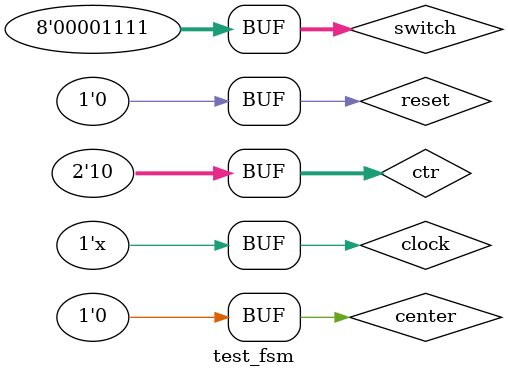
<source format=v>
`timescale 1ns / 1ps


module test_fsm;

	// Inputs
	reg clock;
	reg [7:0] switch;
	reg center;
	reg reset;
	reg [1:0] ctr;

	// Outputs
	wire [7:0] led;
	wire equal;

	// Instantiate the Unit Under Test (UUT)
	fsm uut (
		.clock(clock), 
		.switch(switch), 
		.led(led), 
		.center(center), 
		.reset(reset), 
		.ctr(ctr),
		.equal(equal)
	);

	initial begin
		// Initialize Inputs
		clock = 0;
		switch = 0;
		center = 0;
		reset = 0;
		ctr = 0;

		// Wait 100 ns for global reset to finish
		#100;
        
		// Add stimulus here
		switch <= 8'b00001111;
		ctr <= 1;
		center <= 1;
		#10;
		center <= 0;
		#390;
		switch <= 8'b00101010;
		ctr <= 2;
		center <= 1;
		#10;
		center <= 0;
		#990;
		reset <= 1;
		#10;
		reset <= 0;
		#10;
		switch <= 8'b00001111;
		ctr <= 1;
		center <= 1;
		#10;
		center <= 0;
		#390;
		switch <= 8'b00001111;
		ctr <= 2;
		center <= 1;
		#10;
		center <= 0;
		#990;
		
		
		
		

	end
	
	always #5 begin
		clock = ~clock;
	end
      
endmodule


</source>
